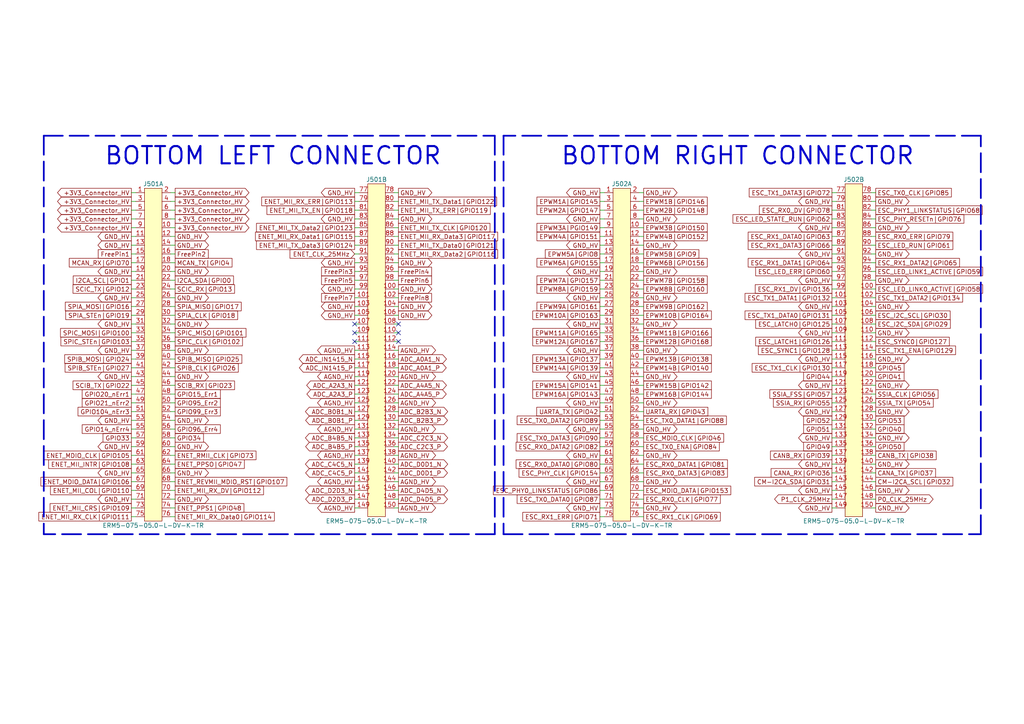
<source format=kicad_sch>
(kicad_sch (version 20211123) (generator eeschema)
  (paper "A4")
  (title_block (title "LCB-CCB-01: Control Board - Bottom Connector") (date "2022-03-17") (rev "0.1") (company "PADERBORN UNIVERSITY DEPARTMENT OF POWER ELECTRONICS AND ELECTRICAL DRIVES"))
  (no_connect (at 115.57 96.52))
  (no_connect (at 115.57 93.98))
  (no_connect (at 102.87 96.52))
  (no_connect (at 102.87 93.98))
  (no_connect (at 115.57 99.06))
  (no_connect (at 102.87 99.06))
  (wire (pts (xy 173.99 68.58) (xy 175.26 68.58)))
  (wire (pts (xy 241.3 60.96) (xy 242.57 60.96)))
  (wire (pts (xy 102.87 132.08) (xy 104.14 132.08)))
  (wire (pts (xy 102.87 104.14) (xy 104.14 104.14)))
  (wire (pts (xy 252.73 127) (xy 254 127)))
  (wire (pts (xy 102.87 147.32) (xy 104.14 147.32)))
  (wire (pts (xy 173.99 147.32) (xy 175.26 147.32)))
  (wire (pts (xy 114.3 88.9) (xy 115.57 88.9)))
  (wire (pts (xy 102.87 114.3) (xy 104.14 114.3)))
  (wire (pts (xy 252.73 91.44) (xy 254 91.44)))
  (wire (pts (xy 114.3 99.06) (xy 115.57 99.06)))
  (wire (pts (xy 49.53 134.62) (xy 50.8 134.62)))
  (wire (pts (xy 49.53 66.04) (xy 50.8 66.04)))
  (wire (pts (xy 102.87 88.9) (xy 104.14 88.9)))
  (wire (pts (xy 38.1 58.42) (xy 39.37 58.42)))
  (wire (pts (xy 102.87 99.06) (xy 104.14 99.06)))
  (wire (pts (xy 185.42 91.44) (xy 186.69 91.44)))
  (wire (pts (xy 185.42 96.52) (xy 186.69 96.52)))
  (wire (pts (xy 49.53 60.96) (xy 50.8 60.96)))
  (wire (pts (xy 185.42 129.54) (xy 186.69 129.54)))
  (wire (pts (xy 102.87 129.54) (xy 104.14 129.54)))
  (wire (pts (xy 252.73 86.36) (xy 254 86.36)))
  (wire (pts (xy 102.87 116.84) (xy 104.14 116.84)))
  (wire (pts (xy 252.73 129.54) (xy 254 129.54)))
  (wire (pts (xy 114.3 73.66) (xy 115.57 73.66)))
  (wire (pts (xy 173.99 88.9) (xy 175.26 88.9)))
  (wire (pts (xy 114.3 132.08) (xy 115.57 132.08)))
  (wire (pts (xy 49.53 144.78) (xy 50.8 144.78)))
  (wire (pts (xy 173.99 55.88) (xy 175.26 55.88)))
  (wire (pts (xy 252.73 144.78) (xy 254 144.78)))
  (wire (pts (xy 252.73 119.38) (xy 254 119.38)))
  (wire (pts (xy 49.53 129.54) (xy 50.8 129.54)))
  (wire (pts (xy 114.3 106.68) (xy 115.57 106.68)))
  (wire (pts (xy 49.53 124.46) (xy 50.8 124.46)))
  (wire (pts (xy 252.73 68.58) (xy 254 68.58)))
  (wire (pts (xy 252.73 58.42) (xy 254 58.42)))
  (wire (pts (xy 252.73 83.82) (xy 254 83.82)))
  (wire (pts (xy 173.99 119.38) (xy 175.26 119.38)))
  (wire (pts (xy 38.1 121.92) (xy 39.37 121.92)))
  (wire (pts (xy 49.53 109.22) (xy 50.8 109.22)))
  (wire (pts (xy 49.53 76.2) (xy 50.8 76.2)))
  (wire (pts (xy 252.73 109.22) (xy 254 109.22)))
  (wire (pts (xy 252.73 139.7) (xy 254 139.7)))
  (wire (pts (xy 38.1 55.88) (xy 39.37 55.88)))
  (wire (pts (xy 252.73 116.84) (xy 254 116.84)))
  (wire (pts (xy 38.1 106.68) (xy 39.37 106.68)))
  (wire (pts (xy 38.1 114.3) (xy 39.37 114.3)))
  (wire (pts (xy 38.1 76.2) (xy 39.37 76.2)))
  (wire (pts (xy 173.99 104.14) (xy 175.26 104.14)))
  (wire (pts (xy 49.53 83.82) (xy 50.8 83.82)))
  (wire (pts (xy 252.73 137.16) (xy 254 137.16)))
  (wire (pts (xy 38.1 96.52) (xy 39.37 96.52)))
  (wire (pts (xy 252.73 88.9) (xy 254 88.9)))
  (wire (pts (xy 252.73 134.62) (xy 254 134.62)))
  (wire (pts (xy 185.42 142.24) (xy 186.69 142.24)))
  (wire (pts (xy 49.53 88.9) (xy 50.8 88.9)))
  (wire (pts (xy 252.73 93.98) (xy 254 93.98)))
  (wire (pts (xy 38.1 134.62) (xy 39.37 134.62)))
  (polyline (pts (xy 146.05 154.94) (xy 284.48 154.94)) (stroke (width 0.5) (type dash)))
  (wire (pts (xy 173.99 121.92) (xy 175.26 121.92)))
  (wire (pts (xy 49.53 116.84) (xy 50.8 116.84)))
  (wire (pts (xy 241.3 132.08) (xy 242.57 132.08)))
  (wire (pts (xy 114.3 147.32) (xy 115.57 147.32)))
  (wire (pts (xy 38.1 139.7) (xy 39.37 139.7)))
  (wire (pts (xy 49.53 127) (xy 50.8 127)))
  (wire (pts (xy 102.87 66.04) (xy 104.14 66.04)))
  (wire (pts (xy 241.3 114.3) (xy 242.57 114.3)))
  (wire (pts (xy 49.53 104.14) (xy 50.8 104.14)))
  (polyline (pts (xy 12.7 39.37) (xy 143.51 39.37)) (stroke (width 0.5) (type dash)))
  (wire (pts (xy 173.99 66.04) (xy 175.26 66.04)))
  (wire (pts (xy 102.87 81.28) (xy 104.14 81.28)))
  (wire (pts (xy 173.99 134.62) (xy 175.26 134.62)))
  (wire (pts (xy 241.3 55.88) (xy 242.57 55.88)))
  (wire (pts (xy 102.87 111.76) (xy 104.14 111.76)))
  (wire (pts (xy 38.1 93.98) (xy 39.37 93.98)))
  (wire (pts (xy 252.73 63.5) (xy 254 63.5)))
  (wire (pts (xy 241.3 96.52) (xy 242.57 96.52)))
  (wire (pts (xy 241.3 93.98) (xy 242.57 93.98)))
  (wire (pts (xy 114.3 114.3) (xy 115.57 114.3)))
  (wire (pts (xy 114.3 55.88) (xy 115.57 55.88)))
  (wire (pts (xy 114.3 93.98) (xy 115.57 93.98)))
  (wire (pts (xy 173.99 142.24) (xy 175.26 142.24)))
  (wire (pts (xy 252.73 55.88) (xy 254 55.88)))
  (wire (pts (xy 185.42 104.14) (xy 186.69 104.14)))
  (wire (pts (xy 114.3 111.76) (xy 115.57 111.76)))
  (wire (pts (xy 102.87 109.22) (xy 104.14 109.22)))
  (wire (pts (xy 241.3 121.92) (xy 242.57 121.92)))
  (wire (pts (xy 38.1 66.04) (xy 39.37 66.04)))
  (wire (pts (xy 185.42 116.84) (xy 186.69 116.84)))
  (wire (pts (xy 49.53 68.58) (xy 50.8 68.58)))
  (wire (pts (xy 114.3 119.38) (xy 115.57 119.38)))
  (wire (pts (xy 252.73 147.32) (xy 254 147.32)))
  (wire (pts (xy 114.3 86.36) (xy 115.57 86.36)))
  (wire (pts (xy 102.87 106.68) (xy 104.14 106.68)))
  (wire (pts (xy 49.53 71.12) (xy 50.8 71.12)))
  (wire (pts (xy 102.87 134.62) (xy 104.14 134.62)))
  (wire (pts (xy 102.87 55.88) (xy 104.14 55.88)))
  (wire (pts (xy 241.3 71.12) (xy 242.57 71.12)))
  (wire (pts (xy 114.3 71.12) (xy 115.57 71.12)))
  (wire (pts (xy 49.53 114.3) (xy 50.8 114.3)))
  (wire (pts (xy 49.53 63.5) (xy 50.8 63.5)))
  (polyline (pts (xy 143.51 154.94) (xy 12.7 154.94)) (stroke (width 0.5) (type dash)))
  (wire (pts (xy 252.73 99.06) (xy 254 99.06)))
  (wire (pts (xy 185.42 119.38) (xy 186.69 119.38)))
  (wire (pts (xy 173.99 93.98) (xy 175.26 93.98)))
  (wire (pts (xy 114.3 96.52) (xy 115.57 96.52)))
  (wire (pts (xy 241.3 83.82) (xy 242.57 83.82)))
  (wire (pts (xy 252.73 114.3) (xy 254 114.3)))
  (wire (pts (xy 252.73 60.96) (xy 254 60.96)))
  (wire (pts (xy 173.99 86.36) (xy 175.26 86.36)))
  (wire (pts (xy 185.42 66.04) (xy 186.69 66.04)))
  (wire (pts (xy 49.53 81.28) (xy 50.8 81.28)))
  (wire (pts (xy 173.99 99.06) (xy 175.26 99.06)))
  (wire (pts (xy 173.99 73.66) (xy 175.26 73.66)))
  (wire (pts (xy 114.3 101.6) (xy 115.57 101.6)))
  (wire (pts (xy 102.87 93.98) (xy 104.14 93.98)))
  (wire (pts (xy 173.99 109.22) (xy 175.26 109.22)))
  (wire (pts (xy 185.42 76.2) (xy 186.69 76.2)))
  (wire (pts (xy 252.73 111.76) (xy 254 111.76)))
  (wire (pts (xy 49.53 78.74) (xy 50.8 78.74)))
  (wire (pts (xy 38.1 101.6) (xy 39.37 101.6)))
  (wire (pts (xy 114.3 127) (xy 115.57 127)))
  (polyline (pts (xy 284.48 154.94) (xy 284.48 39.37)) (stroke (width 0.5) (type dash)))
  (wire (pts (xy 252.73 104.14) (xy 254 104.14)))
  (wire (pts (xy 49.53 119.38) (xy 50.8 119.38)))
  (wire (pts (xy 241.3 119.38) (xy 242.57 119.38)))
  (wire (pts (xy 38.1 147.32) (xy 39.37 147.32)))
  (wire (pts (xy 49.53 58.42) (xy 50.8 58.42)))
  (wire (pts (xy 185.42 144.78) (xy 186.69 144.78)))
  (polyline (pts (xy 12.7 39.37) (xy 12.7 154.94)) (stroke (width 0.5) (type dash)))
  (wire (pts (xy 241.3 76.2) (xy 242.57 76.2)))
  (wire (pts (xy 173.99 132.08) (xy 175.26 132.08)))
  (wire (pts (xy 102.87 91.44) (xy 104.14 91.44)))
  (wire (pts (xy 38.1 137.16) (xy 39.37 137.16)))
  (wire (pts (xy 38.1 60.96) (xy 39.37 60.96)))
  (wire (pts (xy 102.87 137.16) (xy 104.14 137.16)))
  (wire (pts (xy 38.1 83.82) (xy 39.37 83.82)))
  (wire (pts (xy 241.3 116.84) (xy 242.57 116.84)))
  (wire (pts (xy 114.3 109.22) (xy 115.57 109.22)))
  (wire (pts (xy 114.3 139.7) (xy 115.57 139.7)))
  (wire (pts (xy 185.42 137.16) (xy 186.69 137.16)))
  (wire (pts (xy 185.42 68.58) (xy 186.69 68.58)))
  (wire (pts (xy 38.1 91.44) (xy 39.37 91.44)))
  (wire (pts (xy 252.73 96.52) (xy 254 96.52)))
  (wire (pts (xy 102.87 63.5) (xy 104.14 63.5)))
  (wire (pts (xy 241.3 111.76) (xy 242.57 111.76)))
  (wire (pts (xy 185.42 124.46) (xy 186.69 124.46)))
  (wire (pts (xy 102.87 60.96) (xy 104.14 60.96)))
  (wire (pts (xy 114.3 142.24) (xy 115.57 142.24)))
  (wire (pts (xy 49.53 93.98) (xy 50.8 93.98)))
  (wire (pts (xy 38.1 81.28) (xy 39.37 81.28)))
  (wire (pts (xy 102.87 71.12) (xy 104.14 71.12)))
  (wire (pts (xy 241.3 124.46) (xy 242.57 124.46)))
  (wire (pts (xy 38.1 119.38) (xy 39.37 119.38)))
  (wire (pts (xy 49.53 86.36) (xy 50.8 86.36)))
  (wire (pts (xy 185.42 55.88) (xy 186.69 55.88)))
  (wire (pts (xy 173.99 83.82) (xy 175.26 83.82)))
  (wire (pts (xy 49.53 111.76) (xy 50.8 111.76)))
  (wire (pts (xy 49.53 147.32) (xy 50.8 147.32)))
  (wire (pts (xy 185.42 101.6) (xy 186.69 101.6)))
  (wire (pts (xy 241.3 104.14) (xy 242.57 104.14)))
  (wire (pts (xy 102.87 139.7) (xy 104.14 139.7)))
  (wire (pts (xy 38.1 149.86) (xy 39.37 149.86)))
  (wire (pts (xy 252.73 124.46) (xy 254 124.46)))
  (wire (pts (xy 241.3 73.66) (xy 242.57 73.66)))
  (wire (pts (xy 173.99 137.16) (xy 175.26 137.16)))
  (wire (pts (xy 252.73 106.68) (xy 254 106.68)))
  (wire (pts (xy 173.99 60.96) (xy 175.26 60.96)))
  (wire (pts (xy 114.3 134.62) (xy 115.57 134.62)))
  (wire (pts (xy 241.3 134.62) (xy 242.57 134.62)))
  (wire (pts (xy 185.42 78.74) (xy 186.69 78.74)))
  (wire (pts (xy 185.42 99.06) (xy 186.69 99.06)))
  (wire (pts (xy 114.3 116.84) (xy 115.57 116.84)))
  (wire (pts (xy 102.87 76.2) (xy 104.14 76.2)))
  (wire (pts (xy 173.99 76.2) (xy 175.26 76.2)))
  (wire (pts (xy 102.87 119.38) (xy 104.14 119.38)))
  (wire (pts (xy 241.3 101.6) (xy 242.57 101.6)))
  (wire (pts (xy 114.3 81.28) (xy 115.57 81.28)))
  (wire (pts (xy 252.73 132.08) (xy 254 132.08)))
  (wire (pts (xy 102.87 144.78) (xy 104.14 144.78)))
  (wire (pts (xy 38.1 73.66) (xy 39.37 73.66)))
  (wire (pts (xy 173.99 101.6) (xy 175.26 101.6)))
  (wire (pts (xy 241.3 139.7) (xy 242.57 139.7)))
  (wire (pts (xy 38.1 86.36) (xy 39.37 86.36)))
  (wire (pts (xy 114.3 60.96) (xy 115.57 60.96)))
  (wire (pts (xy 38.1 144.78) (xy 39.37 144.78)))
  (wire (pts (xy 114.3 58.42) (xy 115.57 58.42)))
  (wire (pts (xy 185.42 86.36) (xy 186.69 86.36)))
  (wire (pts (xy 241.3 129.54) (xy 242.57 129.54)))
  (wire (pts (xy 114.3 124.46) (xy 115.57 124.46)))
  (wire (pts (xy 38.1 109.22) (xy 39.37 109.22)))
  (wire (pts (xy 173.99 71.12) (xy 175.26 71.12)))
  (wire (pts (xy 241.3 147.32) (xy 242.57 147.32)))
  (wire (pts (xy 38.1 88.9) (xy 39.37 88.9)))
  (wire (pts (xy 241.3 106.68) (xy 242.57 106.68)))
  (wire (pts (xy 102.87 127) (xy 104.14 127)))
  (wire (pts (xy 102.87 73.66) (xy 104.14 73.66)))
  (wire (pts (xy 185.42 81.28) (xy 186.69 81.28)))
  (wire (pts (xy 102.87 96.52) (xy 104.14 96.52)))
  (polyline (pts (xy 284.48 39.37) (xy 146.05 39.37)) (stroke (width 0.5) (type dash)))
  (wire (pts (xy 38.1 142.24) (xy 39.37 142.24)))
  (wire (pts (xy 49.53 96.52) (xy 50.8 96.52)))
  (wire (pts (xy 38.1 127) (xy 39.37 127)))
  (wire (pts (xy 38.1 63.5) (xy 39.37 63.5)))
  (wire (pts (xy 241.3 58.42) (xy 242.57 58.42)))
  (wire (pts (xy 114.3 121.92) (xy 115.57 121.92)))
  (wire (pts (xy 173.99 78.74) (xy 175.26 78.74)))
  (wire (pts (xy 241.3 68.58) (xy 242.57 68.58)))
  (wire (pts (xy 114.3 76.2) (xy 115.57 76.2)))
  (wire (pts (xy 252.73 73.66) (xy 254 73.66)))
  (wire (pts (xy 241.3 137.16) (xy 242.57 137.16)))
  (wire (pts (xy 173.99 144.78) (xy 175.26 144.78)))
  (wire (pts (xy 252.73 76.2) (xy 254 76.2)))
  (wire (pts (xy 185.42 88.9) (xy 186.69 88.9)))
  (wire (pts (xy 173.99 124.46) (xy 175.26 124.46)))
  (wire (pts (xy 252.73 142.24) (xy 254 142.24)))
  (wire (pts (xy 185.42 58.42) (xy 186.69 58.42)))
  (wire (pts (xy 252.73 66.04) (xy 254 66.04)))
  (wire (pts (xy 241.3 88.9) (xy 242.57 88.9)))
  (wire (pts (xy 241.3 99.06) (xy 242.57 99.06)))
  (wire (pts (xy 185.42 121.92) (xy 186.69 121.92)))
  (wire (pts (xy 241.3 86.36) (xy 242.57 86.36)))
  (wire (pts (xy 49.53 73.66) (xy 50.8 73.66)))
  (wire (pts (xy 49.53 106.68) (xy 50.8 106.68)))
  (wire (pts (xy 173.99 149.86) (xy 175.26 149.86)))
  (wire (pts (xy 185.42 134.62) (xy 186.69 134.62)))
  (wire (pts (xy 49.53 55.88) (xy 50.8 55.88)))
  (wire (pts (xy 241.3 63.5) (xy 242.57 63.5)))
  (wire (pts (xy 241.3 78.74) (xy 242.57 78.74)))
  (wire (pts (xy 185.42 127) (xy 186.69 127)))
  (wire (pts (xy 38.1 99.06) (xy 39.37 99.06)))
  (wire (pts (xy 241.3 66.04) (xy 242.57 66.04)))
  (wire (pts (xy 185.42 73.66) (xy 186.69 73.66)))
  (wire (pts (xy 38.1 129.54) (xy 39.37 129.54)))
  (wire (pts (xy 173.99 63.5) (xy 175.26 63.5)))
  (polyline (pts (xy 146.05 39.37) (xy 146.05 154.94)) (stroke (width 0.5) (type dash)))
  (wire (pts (xy 185.42 106.68) (xy 186.69 106.68)))
  (wire (pts (xy 38.1 124.46) (xy 39.37 124.46)))
  (wire (pts (xy 252.73 78.74) (xy 254 78.74)))
  (wire (pts (xy 114.3 83.82) (xy 115.57 83.82)))
  (wire (pts (xy 49.53 142.24) (xy 50.8 142.24)))
  (wire (pts (xy 185.42 60.96) (xy 186.69 60.96)))
  (wire (pts (xy 114.3 63.5) (xy 115.57 63.5)))
  (wire (pts (xy 185.42 71.12) (xy 186.69 71.12)))
  (wire (pts (xy 185.42 147.32) (xy 186.69 147.32)))
  (wire (pts (xy 38.1 111.76) (xy 39.37 111.76)))
  (wire (pts (xy 173.99 91.44) (xy 175.26 91.44)))
  (wire (pts (xy 173.99 116.84) (xy 175.26 116.84)))
  (wire (pts (xy 114.3 78.74) (xy 115.57 78.74)))
  (wire (pts (xy 241.3 91.44) (xy 242.57 91.44)))
  (wire (pts (xy 49.53 91.44) (xy 50.8 91.44)))
  (wire (pts (xy 114.3 144.78) (xy 115.57 144.78)))
  (wire (pts (xy 38.1 78.74) (xy 39.37 78.74)))
  (wire (pts (xy 173.99 81.28) (xy 175.26 81.28)))
  (wire (pts (xy 185.42 149.86) (xy 186.69 149.86)))
  (wire (pts (xy 102.87 86.36) (xy 104.14 86.36)))
  (wire (pts (xy 241.3 81.28) (xy 242.57 81.28)))
  (wire (pts (xy 185.42 109.22) (xy 186.69 109.22)))
  (wire (pts (xy 114.3 129.54) (xy 115.57 129.54)))
  (polyline (pts (xy 143.51 39.37) (xy 143.51 154.94)) (stroke (width 0.5) (type dash)))
  (wire (pts (xy 185.42 132.08) (xy 186.69 132.08)))
  (wire (pts (xy 173.99 129.54) (xy 175.26 129.54)))
  (wire (pts (xy 241.3 127) (xy 242.57 127)))
  (wire (pts (xy 102.87 101.6) (xy 104.14 101.6)))
  (wire (pts (xy 49.53 121.92) (xy 50.8 121.92)))
  (wire (pts (xy 185.42 114.3) (xy 186.69 114.3)))
  (wire (pts (xy 241.3 109.22) (xy 242.57 109.22)))
  (wire (pts (xy 49.53 149.86) (xy 50.8 149.86)))
  (wire (pts (xy 173.99 96.52) (xy 175.26 96.52)))
  (wire (pts (xy 49.53 139.7) (xy 50.8 139.7)))
  (wire (pts (xy 114.3 68.58) (xy 115.57 68.58)))
  (wire (pts (xy 173.99 106.68) (xy 175.26 106.68)))
  (wire (pts (xy 49.53 99.06) (xy 50.8 99.06)))
  (wire (pts (xy 173.99 58.42) (xy 175.26 58.42)))
  (wire (pts (xy 38.1 104.14) (xy 39.37 104.14)))
  (wire (pts (xy 38.1 132.08) (xy 39.37 132.08)))
  (wire (pts (xy 173.99 111.76) (xy 175.26 111.76)))
  (wire (pts (xy 114.3 66.04) (xy 115.57 66.04)))
  (wire (pts (xy 49.53 137.16) (xy 50.8 137.16)))
  (wire (pts (xy 38.1 116.84) (xy 39.37 116.84)))
  (wire (pts (xy 114.3 91.44) (xy 115.57 91.44)))
  (wire (pts (xy 38.1 68.58) (xy 39.37 68.58)))
  (wire (pts (xy 102.87 83.82) (xy 104.14 83.82)))
  (wire (pts (xy 173.99 114.3) (xy 175.26 114.3)))
  (wire (pts (xy 185.42 111.76) (xy 186.69 111.76)))
  (wire (pts (xy 114.3 104.14) (xy 115.57 104.14)))
  (wire (pts (xy 241.3 144.78) (xy 242.57 144.78)))
  (wire (pts (xy 49.53 101.6) (xy 50.8 101.6)))
  (wire (pts (xy 252.73 81.28) (xy 254 81.28)))
  (wire (pts (xy 185.42 93.98) (xy 186.69 93.98)))
  (wire (pts (xy 102.87 142.24) (xy 104.14 142.24)))
  (wire (pts (xy 252.73 121.92) (xy 254 121.92)))
  (wire (pts (xy 49.53 132.08) (xy 50.8 132.08)))
  (wire (pts (xy 252.73 101.6) (xy 254 101.6)))
  (wire (pts (xy 102.87 58.42) (xy 104.14 58.42)))
  (wire (pts (xy 173.99 139.7) (xy 175.26 139.7)))
  (wire (pts (xy 185.42 83.82) (xy 186.69 83.82)))
  (wire (pts (xy 102.87 78.74) (xy 104.14 78.74)))
  (wire (pts (xy 102.87 121.92) (xy 104.14 121.92)))
  (wire (pts (xy 252.73 71.12) (xy 254 71.12)))
  (wire (pts (xy 185.42 63.5) (xy 186.69 63.5)))
  (wire (pts (xy 185.42 139.7) (xy 186.69 139.7)))
  (wire (pts (xy 102.87 124.46) (xy 104.14 124.46)))
  (wire (pts (xy 173.99 127) (xy 175.26 127)))
  (wire (pts (xy 114.3 137.16) (xy 115.57 137.16)))
  (wire (pts (xy 241.3 142.24) (xy 242.57 142.24)))
  (wire (pts (xy 102.87 68.58) (xy 104.14 68.58)))
  (wire (pts (xy 38.1 71.12) (xy 39.37 71.12)))
  (text "BOTTOM RIGHT CONNECTOR" (at 265.43 48.26 180) (effects (font (size 5 5) (thickness 0.6) bold) (justify right bottom)))
  (text "BOTTOM LEFT CONNECTOR" (at 128.27 48.26 180) (effects (font (size 5 5) (thickness 0.6) bold) (justify right bottom)))
  (global_label "ESC_SYNC1|GPIO128" (shape passive) (at 241.3 101.6 180) (property "Intersheet References" "${INTERSHEET_REFS}" (effects hide)))
  (global_label "GND_HV" (shape output) (at 186.69 109.22 0) (property "Intersheet References" "${INTERSHEET_REFS}" (effects hide)))
  (global_label "AGND_HV" (shape output) (at 102.87 139.7 180) (property "Intersheet References" "${INTERSHEET_REFS}" (effects hide)))
  (global_label "GND_HV" (shape output) (at 115.57 63.5 0) (property "Intersheet References" "${INTERSHEET_REFS}" (effects hide)))
  (global_label "I2CA_SCL|GPIO1" (shape passive) (at 38.1 81.28 180) (property "Intersheet References" "${INTERSHEET_REFS}" (effects hide)))
  (global_label "+3V3_Connector_HV" (shape output) (at 38.1 63.5 180) (property "Intersheet References" "${INTERSHEET_REFS}" (effects hide)))
  (global_label "GPIO49" (shape passive) (at 241.3 129.54 180) (property "Intersheet References" "${INTERSHEET_REFS}" (effects hide)))
  (global_label "EPWM16B|GPIO144" (shape passive) (at 186.69 114.3 0) (property "Intersheet References" "${INTERSHEET_REFS}" (effects hide)))
  (global_label "GND_HV" (shape output) (at 186.69 147.32 0) (property "Intersheet References" "${INTERSHEET_REFS}" (effects hide)))
  (global_label "ENET_MII_RX_Data0|GPIO114" (shape passive) (at 50.8 149.86 0) (property "Intersheet References" "${INTERSHEET_REFS}" (effects hide)))
  (global_label "I2CA_SDA|GPIO0" (shape passive) (at 50.8 81.28 0) (property "Intersheet References" "${INTERSHEET_REFS}" (effects hide)))
  (global_label "EPWM3A|PGIO149" (shape passive) (at 173.99 66.04 180) (property "Intersheet References" "${INTERSHEET_REFS}" (effects hide)))
  (global_label "GND_HV" (shape output) (at 38.1 101.6 180) (property "Intersheet References" "${INTERSHEET_REFS}" (effects hide)))
  (global_label "ESC_MDIO_CLK|GPIO46" (shape passive) (at 186.69 127 0) (property "Intersheet References" "${INTERSHEET_REFS}" (effects hide)))
  (global_label "SSIA_TX|GPIO54" (shape passive) (at 254 116.84 0) (property "Intersheet References" "${INTERSHEET_REFS}" (effects hide)))
  (global_label "ENET_MII_TX_Data3|GPIO124" (shape passive) (at 102.87 71.12 180) (property "Intersheet References" "${INTERSHEET_REFS}" (effects hide)))
  (global_label "EPWM5B|GPIO9" (shape passive) (at 186.69 73.66 0) (property "Intersheet References" "${INTERSHEET_REFS}" (effects hide)))
  (global_label "GND_HV" (shape output) (at 173.99 71.12 180) (property "Intersheet References" "${INTERSHEET_REFS}" (effects hide)))
  (global_label "P1_CLK_25MHz" (shape output) (at 241.3 144.78 180) (property "Intersheet References" "${INTERSHEET_REFS}" (effects hide)))
  (global_label "ESC_RX1_DATA2|GPIO65" (shape passive) (at 254 76.2 0) (property "Intersheet References" "${INTERSHEET_REFS}" (effects hide)))
  (global_label "ADC_B0B1_P" (shape output) (at 102.87 121.92 180) (property "Intersheet References" "${INTERSHEET_REFS}" (effects hide)))
  (global_label "ADC_D0D1_P" (shape output) (at 115.57 137.16 0) (property "Intersheet References" "${INTERSHEET_REFS}" (effects hide)))
  (global_label "SCIC_TX|GPIO12" (shape passive) (at 38.1 83.82 180) (property "Intersheet References" "${INTERSHEET_REFS}" (effects hide)))
  (global_label "GPIO99_Err3" (shape passive) (at 50.8 119.38 0) (property "Intersheet References" "${INTERSHEET_REFS}" (effects hide)))
  (global_label "AGND_HV" (shape output) (at 115.57 109.22 0) (property "Intersheet References" "${INTERSHEET_REFS}" (effects hide)))
  (global_label "ENET_MII_RX_Data2|GPIO116" (shape passive) (at 115.57 73.66 0) (property "Intersheet References" "${INTERSHEET_REFS}" (effects hide)))
  (global_label "SPIB_CLK|GPIO26" (shape passive) (at 50.8 106.68 0) (property "Intersheet References" "${INTERSHEET_REFS}" (effects hide)))
  (global_label "ENET_MII_COL|GPIO110" (shape passive) (at 38.1 142.24 180) (property "Intersheet References" "${INTERSHEET_REFS}" (effects hide)))
  (global_label "GPIO51" (shape passive) (at 241.3 124.46 180) (property "Intersheet References" "${INTERSHEET_REFS}" (effects hide)))
  (global_label "+3V3_Connector_HV" (shape output) (at 38.1 60.96 180) (property "Intersheet References" "${INTERSHEET_REFS}" (effects hide)))
  (global_label "EPWM9B|GPIO162" (shape passive) (at 186.69 88.9 0) (property "Intersheet References" "${INTERSHEET_REFS}" (effects hide)))
  (global_label "GND_HV" (shape output) (at 241.3 134.62 180) (property "Intersheet References" "${INTERSHEET_REFS}" (effects hide)))
  (global_label "ESC_I2C_SDA|GPIO29" (shape passive) (at 254 93.98 0) (property "Intersheet References" "${INTERSHEET_REFS}" (effects hide)))
  (global_label "EPWM7B|GPIO158" (shape passive) (at 186.69 81.28 0) (property "Intersheet References" "${INTERSHEET_REFS}" (effects hide)))
  (global_label "FreePin2" (shape passive) (at 50.8 73.66 0) (property "Intersheet References" "${INTERSHEET_REFS}" (effects hide)))
  (global_label "EPWM10B|GPIO164" (shape passive) (at 186.69 91.44 0) (property "Intersheet References" "${INTERSHEET_REFS}" (effects hide)))
  (global_label "ENET_MII_RX_ERR|GPIO113" (shape passive) (at 102.87 58.42 180) (property "Intersheet References" "${INTERSHEET_REFS}" (effects hide)))
  (global_label "GND_HV" (shape output) (at 254 81.28 0) (property "Intersheet References" "${INTERSHEET_REFS}" (effects hide)))
  (global_label "ADC_D4D5_N" (shape output) (at 115.57 142.24 0) (property "Intersheet References" "${INTERSHEET_REFS}" (effects hide)))
  (global_label "GND_HV" (shape output) (at 173.99 86.36 180) (property "Intersheet References" "${INTERSHEET_REFS}" (effects hide)))
  (global_label "+3V3_Connector_HV" (shape output) (at 38.1 66.04 180) (property "Intersheet References" "${INTERSHEET_REFS}" (effects hide)))
  (global_label "EPWM8B|GPIO160" (shape passive) (at 186.69 83.82 0) (property "Intersheet References" "${INTERSHEET_REFS}" (effects hide)))
  (global_label "ESC_PHY1_LINKSTATUS|GPIO68" (shape passive) (at 254 60.96 0) (property "Intersheet References" "${INTERSHEET_REFS}" (effects hide)))
  (global_label "SPIA_MOSI|GPIO16" (shape passive) (at 38.1 88.9 180) (property "Intersheet References" "${INTERSHEET_REFS}" (effects hide)))
  (global_label "GPIO44" (shape passive) (at 241.3 109.22 180) (property "Intersheet References" "${INTERSHEET_REFS}" (effects hide)))
  (global_label "ADC_C4C5_P" (shape output) (at 102.87 137.16 180) (property "Intersheet References" "${INTERSHEET_REFS}" (effects hide)))
  (global_label "EPWM13A|GPIO137" (shape passive) (at 173.99 104.14 180) (property "Intersheet References" "${INTERSHEET_REFS}" (effects hide)))
  (global_label "ADC_B2B3_N" (shape output) (at 115.57 119.38 0) (property "Intersheet References" "${INTERSHEET_REFS}" (effects hide)))
  (global_label "GND_HV" (shape output) (at 38.1 71.12 180) (property "Intersheet References" "${INTERSHEET_REFS}" (effects hide)))
  (global_label "ESC_LED_LINK1_ACTIVE|GPIO59" (shape passive) (at 254 78.74 0) (property "Intersheet References" "${INTERSHEET_REFS}" (effects hide)))
  (global_label "ENET_MDIO_CLK|GPIO105" (shape passive) (at 38.1 132.08 180) (property "Intersheet References" "${INTERSHEET_REFS}" (effects hide)))
  (global_label "ESC_RX1_ERR|GPIO71" (shape passive) (at 173.99 149.86 180) (property "Intersheet References" "${INTERSHEET_REFS}" (effects hide)))
  (global_label "GND_HV" (shape output) (at 254 66.04 0) (property "Intersheet References" "${INTERSHEET_REFS}" (effects hide)))
  (global_label "GPIO104_nErr3" (shape passive) (at 38.1 119.38 180) (property "Intersheet References" "${INTERSHEET_REFS}" (effects hide)))
  (global_label "ADC_A2A3_P" (shape output) (at 102.87 114.3 180) (property "Intersheet References" "${INTERSHEET_REFS}" (effects hide)))
  (global_label "SPIC_MISO|GPIO101" (shape passive) (at 50.8 96.52 0) (property "Intersheet References" "${INTERSHEET_REFS}" (effects hide)))
  (global_label "EPWM2B|GPIO148" (shape passive) (at 186.69 60.96 0) (property "Intersheet References" "${INTERSHEET_REFS}" (effects hide)))
  (global_label "GND_HV" (shape output) (at 173.99 63.5 180) (property "Intersheet References" "${INTERSHEET_REFS}" (effects hide)))
  (global_label "ESC_PHY0_LINKSTATUS|GPIO86" (shape passive) (at 173.99 142.24 180) (property "Intersheet References" "${INTERSHEET_REFS}" (effects hide)))
  (global_label "ADC_A2A3_N" (shape output) (at 102.87 111.76 180) (property "Intersheet References" "${INTERSHEET_REFS}" (effects hide)))
  (global_label "EPWM12B|GPIO168" (shape passive) (at 186.69 99.06 0) (property "Intersheet References" "${INTERSHEET_REFS}" (effects hide)))
  (global_label "ESC_RX0_DATA3|GPIO83" (shape passive) (at 186.69 137.16 0) (property "Intersheet References" "${INTERSHEET_REFS}" (effects hide)))
  (global_label "GND_HV" (shape output) (at 115.57 88.9 0) (property "Intersheet References" "${INTERSHEET_REFS}" (effects hide)))
  (global_label "GND_HV" (shape output) (at 50.8 129.54 0) (property "Intersheet References" "${INTERSHEET_REFS}" (effects hide)))
  (global_label "EPWM11A|GPIO165" (shape passive) (at 173.99 96.52 180) (property "Intersheet References" "${INTERSHEET_REFS}" (effects hide)))
  (global_label "GND_HV" (shape output) (at 38.1 137.16 180) (property "Intersheet References" "${INTERSHEET_REFS}" (effects hide)))
  (global_label "AGND_HV" (shape output) (at 115.57 147.32 0) (property "Intersheet References" "${INTERSHEET_REFS}" (effects hide)))
  (global_label "GND_HV" (shape output) (at 186.69 63.5 0) (property "Intersheet References" "${INTERSHEET_REFS}" (effects hide)))
  (global_label "ENET_MII_TX_Data0|GPIO121" (shape passive) (at 115.57 71.12 0) (property "Intersheet References" "${INTERSHEET_REFS}" (effects hide)))
  (global_label "GND_HV" (shape output) (at 115.57 76.2 0) (property "Intersheet References" "${INTERSHEET_REFS}" (effects hide)))
  (global_label "GND_HV" (shape output) (at 38.1 68.58 180) (property "Intersheet References" "${INTERSHEET_REFS}" (effects hide)))
  (global_label "GND_HV" (shape output) (at 186.69 116.84 0) (property "Intersheet References" "${INTERSHEET_REFS}" (effects hide)))
  (global_label "GND_HV" (shape output) (at 241.3 58.42 180) (property "Intersheet References" "${INTERSHEET_REFS}" (effects hide)))
  (global_label "ADC_C2C3_N" (shape output) (at 115.57 127 0) (property "Intersheet References" "${INTERSHEET_REFS}" (effects hide)))
  (global_label "FreePin4" (shape passive) (at 115.57 78.74 0) (property "Intersheet References" "${INTERSHEET_REFS}" (effects hide)))
  (global_label "FreePin1" (shape passive) (at 38.1 73.66 180) (property "Intersheet References" "${INTERSHEET_REFS}" (effects hide)))
  (global_label "GPIO41" (shape passive) (at 254 109.22 0) (property "Intersheet References" "${INTERSHEET_REFS}" (effects hide)))
  (global_label "ADC_B0B1_N" (shape output) (at 102.87 119.38 180) (property "Intersheet References" "${INTERSHEET_REFS}" (effects hide)))
  (global_label "GND_HV" (shape output) (at 173.99 132.08 180) (property "Intersheet References" "${INTERSHEET_REFS}" (effects hide)))
  (global_label "EPWM4A|GPIO151" (shape passive) (at 173.99 68.58 180) (property "Intersheet References" "${INTERSHEET_REFS}" (effects hide)))
  (global_label "EPWM3B|GPIO150" (shape passive) (at 186.69 66.04 0) (property "Intersheet References" "${INTERSHEET_REFS}" (effects hide)))
  (global_label "EPWM16A|GPIO143" (shape passive) (at 173.99 114.3 180) (property "Intersheet References" "${INTERSHEET_REFS}" (effects hide)))
  (global_label "GND_HV" (shape output) (at 173.99 55.88 180) (property "Intersheet References" "${INTERSHEET_REFS}" (effects hide)))
  (global_label "GND_HV" (shape output) (at 50.8 109.22 0) (property "Intersheet References" "${INTERSHEET_REFS}" (effects hide)))
  (global_label "ESC_TX1_ENA|GPIO129" (shape passive) (at 254 101.6 0) (property "Intersheet References" "${INTERSHEET_REFS}" (effects hide)))
  (global_label "EPWM4B|GPIO152" (shape passive) (at 186.69 68.58 0) (property "Intersheet References" "${INTERSHEET_REFS}" (effects hide)))
  (global_label "SPIC_STEn|GPIO103" (shape passive) (at 38.1 99.06 180) (property "Intersheet References" "${INTERSHEET_REFS}" (effects hide)))
  (global_label "EPWM5A|GPIO8" (shape passive) (at 173.99 73.66 180) (property "Intersheet References" "${INTERSHEET_REFS}" (effects hide)))
  (global_label "GND_HV" (shape output) (at 50.8 78.74 0) (property "Intersheet References" "${INTERSHEET_REFS}" (effects hide)))
  (global_label "ADC_D4D5_P" (shape output) (at 115.57 144.78 0) (property "Intersheet References" "${INTERSHEET_REFS}" (effects hide)))
  (global_label "GND_HV" (shape output) (at 241.3 127 180) (property "Intersheet References" "${INTERSHEET_REFS}" (effects hide)))
  (global_label "GND_HV" (shape output) (at 241.3 111.76 180) (property "Intersheet References" "${INTERSHEET_REFS}" (effects hide)))
  (global_label "EPWM15B|GPIO142" (shape passive) (at 186.69 111.76 0) (property "Intersheet References" "${INTERSHEET_REFS}" (effects hide)))
  (global_label "GND_HV" (shape output) (at 38.1 86.36 180) (property "Intersheet References" "${INTERSHEET_REFS}" (effects hide)))
  (global_label "ESC_RX1_CLK|GPIO69" (shape passive) (at 186.69 149.86 0) (property "Intersheet References" "${INTERSHEET_REFS}" (effects hide)))
  (global_label "ESC_TX1_DATA1|GPIO132" (shape passive) (at 241.3 86.36 180) (property "Intersheet References" "${INTERSHEET_REFS}" (effects hide)))
  (global_label "ESC_RX0_DATA2|GPIO82" (shape passive) (at 173.99 129.54 180) (property "Intersheet References" "${INTERSHEET_REFS}" (effects hide)))
  (global_label "EPWM13B|GPIO138" (shape passive) (at 186.69 104.14 0) (property "Intersheet References" "${INTERSHEET_REFS}" (effects hide)))
  (global_label "GND_HV" (shape output) (at 50.8 93.98 0) (property "Intersheet References" "${INTERSHEET_REFS}" (effects hide)))
  (global_label "ENET_MII_TX_ERR|GPIO119" (shape passive) (at 115.57 60.96 0) (property "Intersheet References" "${INTERSHEET_REFS}" (effects hide)))
  (global_label "GND_HV" (shape output) (at 254 58.42 0) (property "Intersheet References" "${INTERSHEET_REFS}" (effects hide)))
  (global_label "GND_HV" (shape output) (at 241.3 96.52 180) (property "Intersheet References" "${INTERSHEET_REFS}" (effects hide)))
  (global_label "EPWM1B|GPIO146" (shape passive) (at 186.69 58.42 0) (property "Intersheet References" "${INTERSHEET_REFS}" (effects hide)))
  (global_label "ESC_TX0_DATA1|GPIO88" (shape passive) (at 186.69 121.92 0) (property "Intersheet References" "${INTERSHEET_REFS}" (effects hide)))
  (global_label "ADC_A4A5_P" (shape output) (at 115.57 114.3 0) (property "Intersheet References" "${INTERSHEET_REFS}" (effects hide)))
  (global_label "SCIC_RX|GPIO13" (shape passive) (at 50.8 83.82 0) (property "Intersheet References" "${INTERSHEET_REFS}" (effects hide)))
  (global_label "GND_HV" (shape output) (at 254 119.38 0) (property "Intersheet References" "${INTERSHEET_REFS}" (effects hide)))
  (global_label "AGND_HV" (shape output) (at 102.87 132.08 180) (property "Intersheet References" "${INTERSHEET_REFS}" (effects hide)))
  (global_label "EPWM15A|GPIO141" (shape passive) (at 173.99 111.76 180) (property "Intersheet References" "${INTERSHEET_REFS}" (effects hide)))
  (global_label "EPWM2A|GPIO147" (shape passive) (at 173.99 60.96 180) (property "Intersheet References" "${INTERSHEET_REFS}" (effects hide)))
  (global_label "CM-I2CA_SDA|GPIO31" (shape passive) (at 241.3 139.7 180) (property "Intersheet References" "${INTERSHEET_REFS}" (effects hide)))
  (global_label "FreePin6" (shape passive) (at 115.57 81.28 0) (property "Intersheet References" "${INTERSHEET_REFS}" (effects hide)))
  (global_label "GND_HV" (shape output) (at 254 73.66 0) (property "Intersheet References" "${INTERSHEET_REFS}" (effects hide)))
  (global_label "ADC_A4A5_N" (shape output) (at 115.57 111.76 0) (property "Intersheet References" "${INTERSHEET_REFS}" (effects hide)))
  (global_label "SPIC_CLK|GPIO102" (shape passive) (at 50.8 99.06 0) (property "Intersheet References" "${INTERSHEET_REFS}" (effects hide)))
  (global_label "CANB_TX|GPIO38" (shape passive) (at 254 132.08 0) (property "Intersheet References" "${INTERSHEET_REFS}" (effects hide)))
  (global_label "GPIO34" (shape passive) (at 50.8 127 0) (property "Intersheet References" "${INTERSHEET_REFS}" (effects hide)))
  (global_label "ESC_LATCH0|GPIO125" (shape passive) (at 241.3 93.98 180) (property "Intersheet References" "${INTERSHEET_REFS}" (effects hide)))
  (global_label "+3V3_Connector_HV" (shape output) (at 50.8 58.42 0) (property "Intersheet References" "${INTERSHEET_REFS}" (effects hide)))
  (global_label "GND_HV" (shape output) (at 186.69 93.98 0) (property "Intersheet References" "${INTERSHEET_REFS}" (effects hide)))
  (global_label "GND_HV" (shape output) (at 173.99 93.98 180) (property "Intersheet References" "${INTERSHEET_REFS}" (effects hide)))
  (global_label "EPWM6A|GPIO155" (shape passive) (at 173.99 76.2 180) (property "Intersheet References" "${INTERSHEET_REFS}" (effects hide)))
  (global_label "ESC_TX1_DATA0|GPIO131" (shape passive) (at 241.3 91.44 180) (property "Intersheet References" "${INTERSHEET_REFS}" (effects hide)))
  (global_label "GND_HV" (shape output) (at 186.69 86.36 0) (property "Intersheet References" "${INTERSHEET_REFS}" (effects hide)))
  (global_label "EPWM7A|GPIO157" (shape passive) (at 173.99 81.28 180) (property "Intersheet References" "${INTERSHEET_REFS}" (effects hide)))
  (global_label "ESC_SYNC0|GPIO127" (shape passive) (at 254 99.06 0) (property "Intersheet References" "${INTERSHEET_REFS}" (effects hide)))
  (global_label "GND_HV" (shape output) (at 241.3 147.32 180) (property "Intersheet References" "${INTERSHEET_REFS}" (effects hide)))
  (global_label "GND_HV" (shape output) (at 173.99 101.6 180) (property "Intersheet References" "${INTERSHEET_REFS}" (effects hide)))
  (global_label "AGND_HV" (shape output) (at 115.57 139.7 0) (property "Intersheet References" "${INTERSHEET_REFS}" (effects hide)))
  (global_label "EPWM12A|GPIO167" (shape passive) (at 173.99 99.06 180) (property "Intersheet References" "${INTERSHEET_REFS}" (effects hide)))
  (global_label "ADC_D2D3_N" (shape output) (at 102.87 142.24 180) (property "Intersheet References" "${INTERSHEET_REFS}" (effects hide)))
  (global_label "ESC_LED_LINK0_ACTIVE|GPIO58" (shape passive) (at 254 83.82 0) (property "Intersheet References" "${INTERSHEET_REFS}" (effects hide)))
  (global_label "GND_HV" (shape output) (at 186.69 124.46 0) (property "Intersheet References" "${INTERSHEET_REFS}" (effects hide)))
  (global_label "GPIO96_Err4" (shape passive) (at 50.8 124.46 0) (property "Intersheet References" "${INTERSHEET_REFS}" (effects hide)))
  (global_label "MCAN_TX|GPIO4" (shape passive) (at 50.8 76.2 0) (property "Intersheet References" "${INTERSHEET_REFS}" (effects hide)))
  (global_label "ENET_MII_INTR|GPIO108" (shape passive) (at 38.1 134.62 180) (property "Intersheet References" "${INTERSHEET_REFS}" (effects hide)))
  (global_label "ESC_MDIO_DATA|GPIO153" (shape passive) (at 186.69 142.24 0) (property "Intersheet References" "${INTERSHEET_REFS}" (effects hide)))
  (global_label "GND_HV" (shape output) (at 241.3 81.28 180) (property "Intersheet References" "${INTERSHEET_REFS}" (effects hide)))
  (global_label "EPWM6B|GPIO156" (shape passive) (at 186.69 76.2 0) (property "Intersheet References" "${INTERSHEET_REFS}" (effects hide)))
  (global_label "GND_HV" (shape output) (at 50.8 86.36 0) (property "Intersheet References" "${INTERSHEET_REFS}" (effects hide)))
  (global_label "ESC_RX1_DATA1|GPIO64" (shape passive) (at 241.3 76.2 180) (property "Intersheet References" "${INTERSHEET_REFS}" (effects hide)))
  (global_label "ENET_PPS1|GPIO48" (shape passive) (at 50.8 147.32 0) (property "Intersheet References" "${INTERSHEET_REFS}" (effects hide)))
  (global_label "SPIB_STEn|GPIO27" (shape passive) (at 38.1 106.68 180) (property "Intersheet References" "${INTERSHEET_REFS}" (effects hide)))
  (global_label "SPIB_MOSI|GPIO24" (shape passive) (at 38.1 104.14 180) (property "Intersheet References" "${INTERSHEET_REFS}" (effects hide)))
  (global_label "CANA_RX|GPIO36" (shape passive) (at 241.3 137.16 180) (property "Intersheet References" "${INTERSHEET_REFS}" (effects hide)))
  (global_label "FreePin8" (shape passive) (at 115.57 86.36 0) (property "Intersheet References" "${INTERSHEET_REFS}" (effects hide)))
  (global_label "GND_HV" (shape output) (at 115.57 91.44 0) (property "Intersheet References" "${INTERSHEET_REFS}" (effects hide)))
  (global_label "ENET_MII_RX_Data1|GPIO115" (shape passive) (at 102.87 68.58 180) (property "Intersheet References" "${INTERSHEET_REFS}" (effects hide)))
  (global_label "GPIO14_nErr4" (shape passive) (at 38.1 124.46 180) (property "Intersheet References" "${INTERSHEET_REFS}" (effects hide)))
  (global_label "ENET_RMII_CLK|GPIO73" (shape passive) (at 50.8 132.08 0) (property "Intersheet References" "${INTERSHEET_REFS}" (effects hide)))
  (global_label "ENET_MII_RX_Data3|GPIO117" (shape passive) (at 115.57 68.58 0) (property "Intersheet References" "${INTERSHEET_REFS}" (effects hide)))
  (global_label "UARTA_RX|GPIO43" (shape passive) (at 186.69 119.38 0) (property "Intersheet References" "${INTERSHEET_REFS}" (effects hide)))
  (global_label "GND_HV" (shape output) (at 241.3 66.04 180) (property "Intersheet References" "${INTERSHEET_REFS}" (effects hide)))
  (global_label "GND_HV" (shape output) (at 173.99 78.74 180) (property "Intersheet References" "${INTERSHEET_REFS}" (effects hide)))
  (global_label "EPWM9A|GPIO161" (shape passive) (at 173.99 88.9 180) (property "Intersheet References" "${INTERSHEET_REFS}" (effects hide)))
  (global_label "GND_HV" (shape output) (at 102.87 76.2 180) (property "Intersheet References" "${INTERSHEET_REFS}" (effects hide)))
  (global_label "EPWM8A|GPIO159" (shape passive) (at 173.99 83.82 180) (property "Intersheet References" "${INTERSHEET_REFS}" (effects hide)))
  (global_label "GND_HV" (shape output) (at 254 96.52 0) (property "Intersheet References" "${INTERSHEET_REFS}" (effects hide)))
  (global_label "FreePin3" (shape passive) (at 102.87 78.74 180) (property "Intersheet References" "${INTERSHEET_REFS}" (effects hide)))
  (global_label "GND_HV" (shape output) (at 50.8 137.16 0) (property "Intersheet References" "${INTERSHEET_REFS}" (effects hide)))
  (global_label "GPIO95_Err2" (shape passive) (at 50.8 116.84 0) (property "Intersheet References" "${INTERSHEET_REFS}" (effects hide)))
  (global_label "CANA_TX|GPIO37" (shape passive) (at 254 137.16 0) (property "Intersheet References" "${INTERSHEET_REFS}" (effects hide)))
  (global_label "EPWM10A|GPIO163" (shape passive) (at 173.99 91.44 180) (property "Intersheet References" "${INTERSHEET_REFS}" (effects hide)))
  (global_label "GND_HV" (shape output) (at 115.57 55.88 0) (property "Intersheet References" "${INTERSHEET_REFS}" (effects hide)))
  (global_label "ESC_RX0_ERR|GPIO79" (shape passive) (at 254 68.58 0) (property "Intersheet References" "${INTERSHEET_REFS}" (effects hide)))
  (global_label "GPIO33" (shape passive) (at 38.1 127 180) (property "Intersheet References" "${INTERSHEET_REFS}" (effects hide)))
  (global_label "GPIO52" (shape passive) (at 241.3 121.92 180) (property "Intersheet References" "${INTERSHEET_REFS}" (effects hide)))
  (global_label "ENET_MII_CRS|GPIO109" (shape passive) (at 38.1 147.32 180) (property "Intersheet References" "${INTERSHEET_REFS}" (effects hide)))
  (global_label "SPIC_MOSI|GPIO100" (shape passive) (at 38.1 96.52 180) (property "Intersheet References" "${INTERSHEET_REFS}" (effects hide)))
  (global_label "GND_HV" (shape output) (at 102.87 63.5 180) (property "Intersheet References" "${INTERSHEET_REFS}" (effects hide)))
  (global_label "ESC_RX0_DATA1|GPIO81" (shape passive) (at 186.69 134.62 0) (property "Intersheet References" "${INTERSHEET_REFS}" (effects hide)))
  (global_label "+3V3_Connector_HV" (shape output) (at 50.8 66.04 0) (property "Intersheet References" "${INTERSHEET_REFS}" (effects hide)))
  (global_label "GPIO50" (shape passive) (at 254 129.54 0) (property "Intersheet References" "${INTERSHEET_REFS}" (effects hide)))
  (global_label "GND_HV" (shape output) (at 186.69 132.08 0) (property "Intersheet References" "${INTERSHEET_REFS}" (effects hide)))
  (global_label "ESC_TX0_DATA3|GPIO90" (shape passive) (at 173.99 127 180) (property "Intersheet References" "${INTERSHEET_REFS}" (effects hide)))
  (global_label "SSIA_CLK|GPIO56" (shape passive) (at 254 114.3 0) (property "Intersheet References" "${INTERSHEET_REFS}" (effects hide)))
  (global_label "ADC_A0A1_N" (shape output) (at 115.57 104.14 0) (property "Intersheet References" "${INTERSHEET_REFS}" (effects hide)))
  (global_label "GND_HV" (shape output) (at 254 104.14 0) (property "Intersheet References" "${INTERSHEET_REFS}" (effects hide)))
  (global_label "ESC_RX1_DATA0|GPIO63" (shape passive) (at 241.3 68.58 180) (property "Intersheet References" "${INTERSHEET_REFS}" (effects hide)))
  (global_label "UARTA_TX|GPIO42" (shape passive) (at 173.99 119.38 180) (property "Intersheet References" "${INTERSHEET_REFS}" (effects hide)))
  (global_label "ESC_TX1_DATA3|GPIO72" (shape passive) (at 241.3 55.88 180) (property "Intersheet References" "${INTERSHEET_REFS}" (effects hide)))
  (global_label "AGND_HV" (shape output) (at 115.57 101.6 0) (property "Intersheet References" "${INTERSHEET_REFS}" (effects hide)))
  (global_label "GND_HV" (shape output) (at 241.3 88.9 180) (property "Intersheet References" "${INTERSHEET_REFS}" (effects hide)))
  (global_label "GND_HV" (shape output) (at 254 127 0) (property "Intersheet References" "${INTERSHEET_REFS}" (effects hide)))
  (global_label "GND_HV" (shape output) (at 38.1 144.78 180) (property "Intersheet References" "${INTERSHEET_REFS}" (effects hide)))
  (global_label "ADC_IN1415_N" (shape output) (at 102.87 104.14 180) (property "Intersheet References" "${INTERSHEET_REFS}" (effects hide)))
  (global_label "ADC_B2B3_P" (shape output) (at 115.57 121.92 0) (property "Intersheet References" "${INTERSHEET_REFS}" (effects hide)))
  (global_label "ADC_C4C5_N" (shape output) (at 102.87 134.62 180) (property "Intersheet References" "${INTERSHEET_REFS}" (effects hide)))
  (global_label "SPIA_STEn|GPIO19" (shape passive) (at 38.1 91.44 180) (property "Intersheet References" "${INTERSHEET_REFS}" (effects hide)))
  (global_label "GND_HV" (shape output) (at 50.8 71.12 0) (property "Intersheet References" "${INTERSHEET_REFS}" (effects hide)))
  (global_label "ENET_MII_TX_CLK|GPIO120" (shape passive) (at 115.57 66.04 0) (property "Intersheet References" "${INTERSHEET_REFS}" (effects hide)))
  (global_label "ESC_TX0_CLK|GPIO85" (shape passive) (at 254 55.88 0) (property "Intersheet References" "${INTERSHEET_REFS}" (effects hide)))
  (global_label "ADC_IN1415_P" (shape output) (at 102.87 106.68 180) (property "Intersheet References" "${INTERSHEET_REFS}" (effects hide)))
  (global_label "+3V3_Connector_HV" (shape output) (at 50.8 60.96 0) (property "Intersheet References" "${INTERSHEET_REFS}" (effects hide)))
  (global_label "ADC_C2C3_P" (shape output) (at 115.57 129.54 0) (property "Intersheet References" "${INTERSHEET_REFS}" (effects hide)))
  (global_label "ESC_I2C_SCL|GPIO30" (shape passive) (at 254 91.44 0) (property "Intersheet References" "${INTERSHEET_REFS}" (effects hide)))
  (global_label "ESC_RX0_DATA0|GPIO80" (shape passive) (at 173.99 134.62 180) (property "Intersheet References" "${INTERSHEET_REFS}" (effects hide)))
  (global_label "ENET_PPSO|GPIO47" (shape passive) (at 50.8 134.62 0) (property "Intersheet References" "${INTERSHEET_REFS}" (effects hide)))
  (global_label "GPIO15_Err1" (shape passive) (at 50.8 114.3 0) (property "Intersheet References" "${INTERSHEET_REFS}" (effects hide)))
  (global_label "SCIB_RX|GPIO23" (shape passive) (at 50.8 111.76 0) (property "Intersheet References" "${INTERSHEET_REFS}" (effects hide)))
  (global_label "CANB_RX|GPIO39" (shape passive) (at 241.3 132.08 180) (property "Intersheet References" "${INTERSHEET_REFS}" (effects hide)))
  (global_label "GND_HV" (shape output) (at 50.8 68.58 0) (property "Intersheet References" "${INTERSHEET_REFS}" (effects hide)))
  (global_label "ENET_MII_TX_Data1|GPIO122" (shape passive) (at 115.57 58.42 0) (property "Intersheet References" "${INTERSHEET_REFS}" (effects hide)))
  (global_label "ESC_TX1_CLK|GPIO130" (shape passive) (at 241.3 106.68 180) (property "Intersheet References" "${INTERSHEET_REFS}" (effects hide)))
  (global_label "ADC_B4B5_N" (shape output) (at 102.87 127 180) (property "Intersheet References" "${INTERSHEET_REFS}" (effects hide)))
  (global_label "GND_HV" (shape output) (at 102.87 91.44 180) (property "Intersheet References" "${INTERSHEET_REFS}" (effects hide)))
  (global_label "ESC_PHY_CLK|GPIO154" (shape passive) (at 173.99 137.16 180) (property "Intersheet References" "${INTERSHEET_REFS}" (effects hide)))
  (global_label "GND_HV" (shape output) (at 38.1 109.22 180) (property "Intersheet References" "${INTERSHEET_REFS}" (effects hide)))
  (global_label "GND_HV" (shape output) (at 50.8 121.92 0) (property "Intersheet References" "${INTERSHEET_REFS}" (effects hide)))
  (global_label "GND_HV" (shape output) (at 186.69 55.88 0) (property "Intersheet References" "${INTERSHEET_REFS}" (effects hide)))
  (global_label "EPWM11B|GPIO166" (shape passive) (at 186.69 96.52 0) (property "Intersheet References" "${INTERSHEET_REFS}" (effects hide)))
  (global_label "AGND_HV" (shape output) (at 102.87 147.32 180) (property "Intersheet References" "${INTERSHEET_REFS}" (effects hide)))
  (global_label "AGND_HV" (shape output) (at 115.57 124.46 0) (property "Intersheet References" "${INTERSHEET_REFS}" (effects hide)))
  (global_label "SSIA_RX|GPIO55" (shape passive) (at 241.3 116.84 180) (property "Intersheet References" "${INTERSHEET_REFS}" (effects hide)))
  (global_label "CM-I2CA_SCL|GPIO32" (shape passive) (at 254 139.7 0) (property "Intersheet References" "${INTERSHEET_REFS}" (effects hide)))
  (global_label "GND_HV" (shape output) (at 254 134.62 0) (property "Intersheet References" "${INTERSHEET_REFS}" (effects hide)))
  (global_label "ENET_MDIO_DATA|GPIO106" (shape passive) (at 38.1 139.7 180) (property "Intersheet References" "${INTERSHEET_REFS}" (effects hide)))
  (global_label "ESC_LED_STATE_RUN|GPIO62" (shape passive) (at 241.3 63.5 180) (property "Intersheet References" "${INTERSHEET_REFS}" (effects hide)))
  (global_label "FreePin5" (shape passive) (at 102.87 81.28 180) (property "Intersheet References" "${INTERSHEET_REFS}" (effects hide)))
  (global_label "SSIA_FSS|GPIO57" (shape passive) (at 241.3 114.3 180) (property "Intersheet References" "${INTERSHEET_REFS}" (effects hide)))
  (global_label "ESC_RX1_DV|GPIO136" (shape passive) (at 241.3 83.82 180) (property "Intersheet References" "${INTERSHEET_REFS}" (effects hide)))
  (global_label "AGND_HV" (shape output) (at 102.87 109.22 180) (property "Intersheet References" "${INTERSHEET_REFS}" (effects hide)))
  (global_label "GND_HV" (shape output) (at 38.1 121.92 180) (property "Intersheet References" "${INTERSHEET_REFS}" (effects hide)))
  (global_label "ADC_D0D1_N" (shape output) (at 115.57 134.62 0) (property "Intersheet References" "${INTERSHEET_REFS}" (effects hide)))
  (global_label "SPIA_CLK|GPIO18" (shape passive) (at 50.8 91.44 0) (property "Intersheet References" "${INTERSHEET_REFS}" (effects hide)))
  (global_label "ESC_RX0_DV|GPIO78" (shape passive) (at 241.3 60.96 180) (property "Intersheet References" "${INTERSHEET_REFS}" (effects hide)))
  (global_label "GPIO53" (shape passive) (at 254 121.92 0) (property "Intersheet References" "${INTERSHEET_REFS}" (effects hide)))
  (global_label "GND_HV" (shape output) (at 115.57 83.82 0) (property "Intersheet References" "${INTERSHEET_REFS}" (effects hide)))
  (global_label "GPIO21_nErr2" (shape passive) (at 38.1 116.84 180) (property "Intersheet References" "${INTERSHEET_REFS}" (effects hide)))
  (global_label "GPIO20_nErr1" (shape passive) (at 38.1 114.3 180) (property "Intersheet References" "${INTERSHEET_REFS}" (effects hide)))
  (global_label "GND_HV" (shape output) (at 186.69 139.7 0) (property "Intersheet References" "${INTERSHEET_REFS}" (effects hide)))
  (global_label "ESC_RX0_CLK|GPIO77" (shape passive) (at 186.69 144.78 0) (property "Intersheet References" "${INTERSHEET_REFS}" (effects hide)))
  (global_label "AGND_HV" (shape output) (at 102.87 101.6 180) (property "Intersheet References" "${INTERSHEET_REFS}" (effects hide)))
  (global_label "+3V3_Connector_HV" (shape output) (at 38.1 58.42 180) (property "Intersheet References" "${INTERSHEET_REFS}" (effects hide)))
  (global_label "ADC_D2D3_P" (shape output) (at 102.87 144.78 180) (property "Intersheet References" "${INTERSHEET_REFS}" (effects hide)))
  (global_label "+3V3_Connector_HV" (shape output) (at 50.8 55.88 0) (property "Intersheet References" "${INTERSHEET_REFS}" (effects hide)))
  (global_label "GND_HV" (shape output) (at 241.3 73.66 180) (property "Intersheet References" "${INTERSHEET_REFS}" (effects hide)))
  (global_label "ADC_A0A1_P" (shape output) (at 115.57 106.68 0) (property "Intersheet References" "${INTERSHEET_REFS}" (effects hide)))
  (global_label "AGND_HV" (shape output) (at 102.87 124.46 180) (property "Intersheet References" "${INTERSHEET_REFS}" (effects hide)))
  (global_label "GND_HV" (shape output) (at 254 147.32 0) (property "Intersheet References" "${INTERSHEET_REFS}" (effects hide)))
  (global_label "GND_HV" (shape output) (at 102.87 88.9 180) (property "Intersheet References" "${INTERSHEET_REFS}" (effects hide)))
  (global_label "P0_CLK_25MHz" (shape output) (at 254 144.78 0) (property "Intersheet References" "${INTERSHEET_REFS}" (effects hide)))
  (global_label "GND_HV" (shape output) (at 38.1 129.54 180) (property "Intersheet References" "${INTERSHEET_REFS}" (effects hide)))
  (global_label "ENET_MII_TX_Data2|GPIO123" (shape passive) (at 102.87 66.04 180) (property "Intersheet References" "${INTERSHEET_REFS}" (effects hide)))
  (global_label "GPIO40" (shape passive) (at 254 124.46 0) (property "Intersheet References" "${INTERSHEET_REFS}" (effects hide)))
  (global_label "ESC_TX1_DATA2|GPIO134" (shape passive) (at 254 86.36 0) (property "Intersheet References" "${INTERSHEET_REFS}" (effects hide)))
  (global_label "GPIO45" (shape passive) (at 254 106.68 0) (property "Intersheet References" "${INTERSHEET_REFS}" (effects hide)))
  (global_label "GND_HV" (shape output) (at 254 111.76 0) (property "Intersheet References" "${INTERSHEET_REFS}" (effects hide)))
  (global_label "GND_HV" (shape output) (at 102.87 55.88 180) (property "Intersheet References" "${INTERSHEET_REFS}" (effects hide)))
  (global_label "GND_HV" (shape output) (at 186.69 78.74 0) (property "Intersheet References" "${INTERSHEET_REFS}" (effects hide)))
  (global_label "GND_HV" (shape output) (at 254 142.24 0) (property "Intersheet References" "${INTERSHEET_REFS}" (effects hide)))
  (global_label "ESC_TX0_ENA|GPIO84" (shape passive) (at 186.69 129.54 0) (property "Intersheet References" "${INTERSHEET_REFS}" (effects hide)))
  (global_label "EPWM14B|GPIO140" (shape passive) (at 186.69 106.68 0) (property "Intersheet References" "${INTERSHEET_REFS}" (effects hide)))
  (global_label "ESC_TX0_DATA0|GPIO87" (shape passive) (at 173.99 144.78 180) (property "Intersheet References" "${INTERSHEET_REFS}" (effects hide)))
  (global_label "GND_HV" (shape output) (at 241.3 142.24 180) (property "Intersheet References" "${INTERSHEET_REFS}" (effects hide)))
  (global_label "GND_HV" (shape output) (at 186.69 71.12 0) (property "Intersheet References" "${INTERSHEET_REFS}" (effects hide)))
  (global_label "GND_HV" (shape output) (at 173.99 139.7 180) (property "Intersheet References" "${INTERSHEET_REFS}" (effects hide)))
  (global_label "ENET_MII_RX_CLK|GPIO111" (shape passive) (at 38.1 149.86 180) (property "Intersheet References" "${INTERSHEET_REFS}" (effects hide)))
  (global_label "GND_HV" (shape output) (at 50.8 144.78 0) (property "Intersheet References" "${INTERSHEET_REFS}" (effects hide)))
  (global_label "ENET_REVMII_MDIO_RST|GPIO107" (shape passive) (at 50.8 139.7 0) (property "Intersheet References" "${INTERSHEET_REFS}" (effects hide)))
  (global_label "GND_HV" (shape output) (at 50.8 101.6 0) (property "Intersheet References" "${INTERSHEET_REFS}" (effects hide)))
  (global_label "GND_HV" (shape output) (at 241.3 119.38 180) (property "Intersheet References" "${INTERSHEET_REFS}" (effects hide)))
  (global_label "ESC_LED_RUN|GPIO61" (shape passive) (at 254 71.12 0) (property "Intersheet References" "${INTERSHEET_REFS}" (effects hide)))
  (global_label "GND_HV" (shape output) (at 254 88.9 0) (property "Intersheet References" "${INTERSHEET_REFS}" (effects hide)))
  (global_label "SPIA_MISO|GPIO17" (shape passive) (at 50.8 88.9 0) (property "Intersheet References" "${INTERSHEET_REFS}" (effects hide)))
  (global_label "ESC_TX0_DATA2|GPIO89" (shape passive) (at 173.99 121.92 180) (property "Intersheet References" "${INTERSHEET_REFS}" (effects hide)))
  (global_label "+3V3_Connector_HV" (shape output) (at 50.8 63.5 0) (property "Intersheet References" "${INTERSHEET_REFS}" (effects hide)))
  (global_label "EPWM14A|GPIO139" (shape passive) (at 173.99 106.68 180) (property "Intersheet References" "${INTERSHEET_REFS}" (effects hide)))
  (global_label "AGND_HV" (shape output) (at 115.57 116.84 0) (property "Intersheet References" "${INTERSHEET_REFS}" (effects hide)))
  (global_label "SCIB_TX|GPIO22" (shape passive) (at 38.1 111.76 180) (property "Intersheet References" "${INTERSHEET_REFS}" (effects hide)))
  (global_label "ADC_B4B5_P" (shape output) (at 102.87 129.54 180) (property "Intersheet References" "${INTERSHEET_REFS}" (effects hide)))
  (global_label "GND_HV" (shape output) (at 102.87 83.82 180) (property "Intersheet References" "${INTERSHEET_REFS}" (effects hide)))
  (global_label "ESC_LATCH1|GPIO126" (shape passive) (at 241.3 99.06 180) (property "Intersheet References" "${INTERSHEET_REFS}" (effects hide)))
  (global_label "ESC_RX1_DATA3|GPIO66" (shape passive) (at 241.3 71.12 180) (property "Intersheet References" "${INTERSHEET_REFS}" (effects hide)))
  (global_label "+3V3_Connector_HV" (shape output) (at 38.1 55.88 180) (property "Intersheet References" "${INTERSHEET_REFS}" (effects hide)))
  (global_label "ENET_MII_RX_DV|GPIO112" (shape passive) (at 50.8 142.24 0) (property "Intersheet References" "${INTERSHEET_REFS}" (effects hide)))
  (global_label "GND_HV" (shape output) (at 173.99 109.22 180) (property "Intersheet References" "${INTERSHEET_REFS}" (effects hide)))
  (global_label "GND_HV" (shape output) (at 173.99 116.84 180) (property "Intersheet References" "${INTERSHEET_REFS}" (effects hide)))
  (global_label "ENET_MII_TX_EN|GPIO118" (shape passive) (at 102.87 60.96 180) (property "Intersheet References" "${INTERSHEET_REFS}" (effects hide)))
  (global_label "ENET_CLK_25MHz" (shape input) (at 102.87 73.66 180) (property "Intersheet References" "${INTERSHEET_REFS}" (effects hide)))
  (global_label "ESC_LED_ERR|GPIO60" (shape passive) (at 241.3 78.74 180) (property "Intersheet References" "${INTERSHEET_REFS}" (effects hide)))
  (global_label "GND_HV" (shape output) (at 38.1 78.74 180) (property "Intersheet References" "${INTERSHEET_REFS}" (effects hide)))
  (global_label "GND_HV" (shape output) (at 186.69 101.6 0) (property "Intersheet References" "${INTERSHEET_REFS}" (effects hide)))
  (global_label "GND_HV" (shape output) (at 241.3 104.14 180) (property "Intersheet References" "${INTERSHEET_REFS}" (effects hide)))
  (global_label "FreePin7" (shape passive) (at 102.87 86.36 180) (property "Intersheet References" "${INTERSHEET_REFS}" (effects hide)))
  (global_label "SPIB_MISO|GPIO25" (shape passive) (at 50.8 104.14 0) (property "Intersheet References" "${INTERSHEET_REFS}" (effects hide)))
  (global_label "EPWM1A|GPIO145" (shape passive) (at 173.99 58.42 180) (property "Intersheet References" "${INTERSHEET_REFS}" (effects hide)))
  (global_label "ESC_PHY_RESETn|GPIO76" (shape passive) (at 254 63.5 0) (property "Intersheet References" "${INTERSHEET_REFS}" (effects hide)))
  (global_label "GND_HV" (shape output) (at 38.1 93.98 180) (property "Intersheet References" "${INTERSHEET_REFS}" (effects hide)))
  (global_label "MCAN_RX|GPIO70" (shape passive) (at 38.1 76.2 180) (property "Intersheet References" "${INTERSHEET_REFS}" (effects hide)))
  (global_label "GND_HV" (shape output) (at 173.99 147.32 180) (property "Intersheet References" "${INTERSHEET_REFS}" (effects hide)))
  (global_label "AGND_HV" (shape output) (at 102.87 116.84 180) (property "Intersheet References" "${INTERSHEET_REFS}" (effects hide)))
  (global_label "GND_HV" (shape output) (at 173.99 124.46 180) (property "Intersheet References" "${INTERSHEET_REFS}" (effects hide)))
  (global_label "AGND_HV" (shape output) (at 115.57 132.08 0) (property "Intersheet References" "${INTERSHEET_REFS}" (effects hide)))
  (symbol (lib_id "LEA_SymbolLibrary:ERM5-075-05.0-L-DV-K-TR") (at 109.22 104.14 0) (unit 2)
    (property "Reference" "J501" (at 109.22 52.07 0))
    (property "Value" "ERM5-075-05.0-L-DV-K-TR" (at 109.22 151.13 0))
    (property "Footprint" "LEA_FootprintLibrary:ERM5-075-05.0-L-DV" (effects hide))
    (property "Datasheet" "https://suddendocs.samtec.com/prints/erm5-xxx-xx.x-dv-xx-tr-footprint.pdf" (effects hide))
    (property "Manufacturer" "Samtec" (effects hide))
    (property "Mouser No" "200-ERM5075050LDVKTR" (effects hide))
    (property "Mfr. No" "ERM5-075-05.0-L-DV-K-TR" (effects hide))
  )
  (symbol (lib_id "LEA_SymbolLibrary:ERM5-075-05.0-L-DV-K-TR") (at 247.65 104.14 0) (unit 2)
    (property "Reference" "J502" (at 247.65 52.07 0))
    (property "Value" "ERM5-075-05.0-L-DV-K-TR" (at 247.65 151.13 0))
    (property "Footprint" "LEA_FootprintLibrary:ERM5-075-05.0-L-DV" (effects hide))
    (property "Datasheet" "https://suddendocs.samtec.com/prints/erm5-xxx-xx.x-dv-xx-tr-footprint.pdf" (effects hide))
    (property "Manufacturer" "Samtec" (effects hide))
    (property "Mouser No" "200-ERM5075050LDVKTR" (effects hide))
    (property "Mfr. No" "ERM5-075-05.0-L-DV-K-TR" (effects hide))
  )
  (symbol (lib_id "LEA_SymbolLibrary:ERM5-075-05.0-L-DV-K-TR") (at 180.34 105.41 0) (unit 1)
    (property "Reference" "J502" (at 180.34 53.34 0))
    (property "Value" "ERM5-075-05.0-L-DV-K-TR" (at 180.34 152.4 0))
    (property "Footprint" "LEA_FootprintLibrary:ERM5-075-05.0-L-DV" (effects hide))
    (property "Datasheet" "https://suddendocs.samtec.com/prints/erm5-xxx-xx.x-dv-xx-tr-footprint.pdf" (effects hide))
    (property "Manufacturer" "Samtec" (effects hide))
    (property "Mouser No" "200-ERM5075050LDVKTR" (effects hide))
    (property "Mfr. No" "ERM5-075-05.0-L-DV-K-TR" (effects hide))
  )
  (symbol (lib_id "LEA_SymbolLibrary:ERM5-075-05.0-L-DV-K-TR") (at 44.45 105.41 0) (unit 1)
    (property "Reference" "J501" (at 44.45 53.34 0))
    (property "Value" "ERM5-075-05.0-L-DV-K-TR" (at 44.45 152.4 0))
    (property "Footprint" "LEA_FootprintLibrary:ERM5-075-05.0-L-DV" (effects hide))
    (property "Datasheet" "https://suddendocs.samtec.com/prints/erm5-xxx-xx.x-dv-xx-tr-footprint.pdf" (effects hide))
    (property "Manufacturer" "Samtec" (effects hide))
    (property "Mouser No" "200-ERM5075050LDVKTR" (effects hide))
    (property "Mfr. No" "ERM5-075-05.0-L-DV-K-TR" (effects hide))
  )
)
</source>
